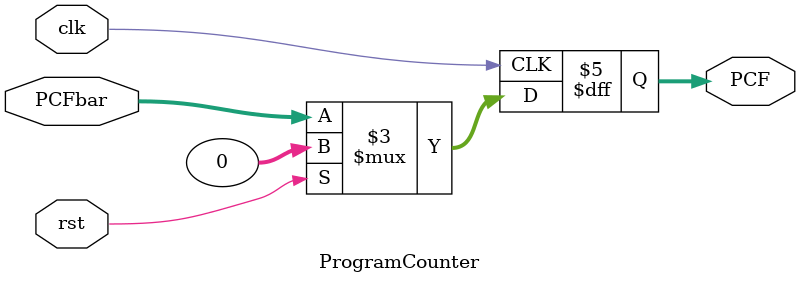
<source format=v>
`timescale 1ns / 1ps

module ProgramCounter(
    input wire clk, rst,
    input [31:0] PCFbar,
    output reg [31:0] PCF
    );
    //reg [31:0] pc_register;
    always @(posedge clk)       //non-blocking because of seq circuit
        begin
            if (rst)  //active high reset
            PCF <= 0;
            else
            PCF <= PCFbar;
        end
    
    
endmodule


</source>
